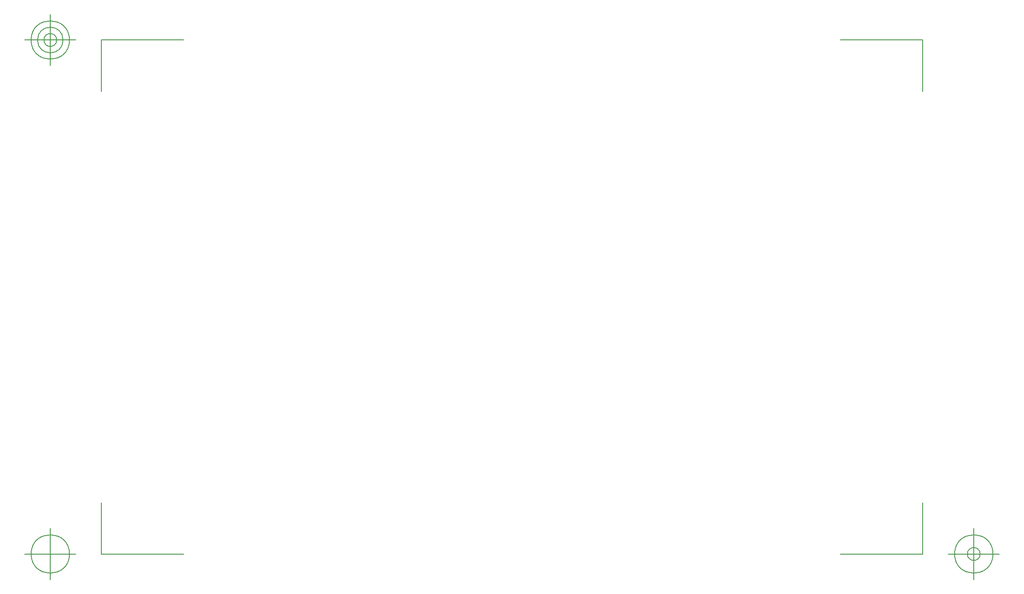
<source format=gbr>
G04 Generated by Ultiboard 11.0 *
%FSLAX25Y25*%
%MOIN*%

%ADD10C,0.00500*%


G04 ColorRGB CBCBCB for the following layer *
%LNMechanical 1*%
%LPD*%
%FSLAX25Y25*%
%MOIN*%
G54D10*
X-1000Y-1000D02*
X-1000Y38570D01*
X-1000Y-1000D02*
X62192Y-1000D01*
X630921Y-1000D02*
X567729Y-1000D01*
X630921Y-1000D02*
X630921Y38570D01*
X630921Y394701D02*
X630921Y355131D01*
X630921Y394701D02*
X567729Y394701D01*
X-1000Y394701D02*
X62192Y394701D01*
X-1000Y394701D02*
X-1000Y355131D01*
X-20685Y-1000D02*
X-60055Y-1000D01*
X-40370Y-20685D02*
X-40370Y18685D01*
X-55134Y-1000D02*
G75*
D01*
G02X-55134Y-1000I14764J0*
G01*
X650606Y-1000D02*
X689976Y-1000D01*
X670291Y-20685D02*
X670291Y18685D01*
X655528Y-1000D02*
G75*
D01*
G02X655528Y-1000I14764J0*
G01*
X665370Y-1000D02*
G75*
D01*
G02X665370Y-1000I4921J0*
G01*
X-20685Y394701D02*
X-60055Y394701D01*
X-40370Y375016D02*
X-40370Y414386D01*
X-55134Y394701D02*
G75*
D01*
G02X-55134Y394701I14764J0*
G01*
X-50213Y394701D02*
G75*
D01*
G02X-50213Y394701I9843J0*
G01*
X-45291Y394701D02*
G75*
D01*
G02X-45291Y394701I4921J0*
G01*

M00*

</source>
